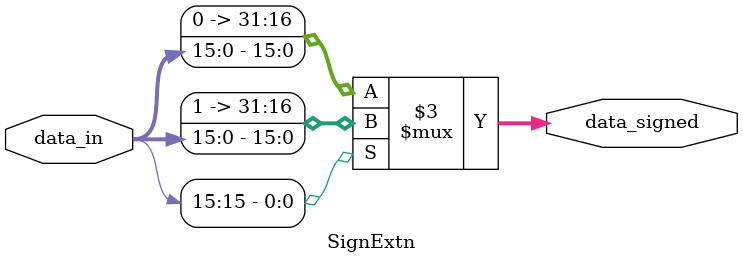
<source format=sv>


module SignExtn
//-----------------Parameters-----------------\\ 
#(
    parameter   BEFORE     = 16,
                AFTER      = 32
                 
)
//-----------------Ports-----------------\\
(
    input  logic [(BEFORE-1):0] data_in,

    output logic [(AFTER-1):0] data_signed
);
localparam SIGNAMOUNT = (AFTER-BEFORE);

//-----------------Output logic-----------------\\
always_comb
begin
    if(data_in[(BEFORE-1)])
    begin
        data_signed = {{SIGNAMOUNT{1'b1}},data_in};
        //  Ones extenstion if the last bit is 1.
    end
    else
    begin
        data_signed = {{SIGNAMOUNT{1'b0}},data_in};
        //  Zeros extenstion if the last bit is 0.
    end
end
    
endmodule
</source>
